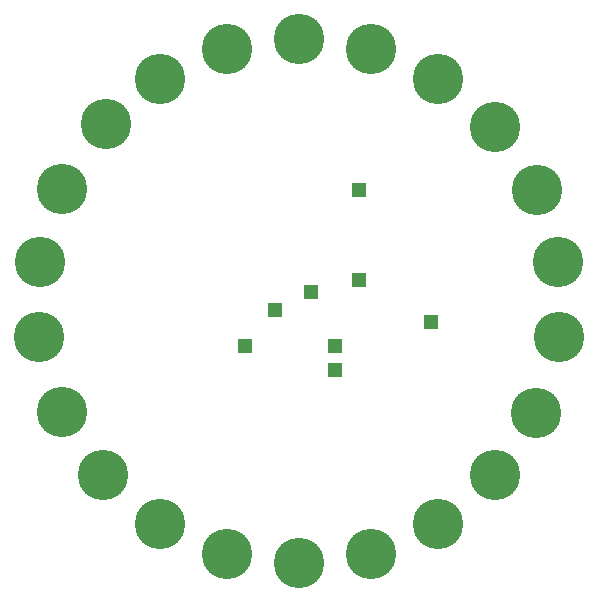
<source format=gbs>
G75*
G70*
%OFA0B0*%
%FSLAX24Y24*%
%IPPOS*%
%LPD*%
%AMOC8*
5,1,8,0,0,1.08239X$1,22.5*
%
%ADD10C,0.1680*%
%ADD11R,0.0476X0.0476*%
D10*
X003621Y004370D03*
X002243Y006467D03*
X001507Y008964D03*
X001524Y011461D03*
X002253Y013898D03*
X003711Y016065D03*
X005539Y017583D03*
X007766Y018571D03*
X010162Y018901D03*
X012559Y018571D03*
X014786Y017583D03*
X016699Y015965D03*
X018082Y013858D03*
X018801Y011461D03*
X018821Y008964D03*
X018072Y006427D03*
X016703Y004370D03*
X014786Y002742D03*
X012559Y001754D03*
X010162Y001424D03*
X007766Y001754D03*
X005539Y002742D03*
D11*
X011362Y007862D03*
X011362Y008662D03*
X010562Y010462D03*
X009362Y009862D03*
X008362Y008662D03*
X012162Y010862D03*
X014562Y009462D03*
X012162Y013862D03*
M02*

</source>
